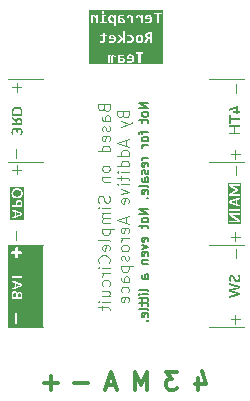
<source format=gbr>
%TF.GenerationSoftware,KiCad,Pcbnew,9.0.0*%
%TF.CreationDate,2025-05-09T11:35:13-04:00*%
%TF.ProjectId,Blue Raven Extension,426c7565-2052-4617-9665-6e2045787465,rev?*%
%TF.SameCoordinates,Original*%
%TF.FileFunction,Legend,Bot*%
%TF.FilePolarity,Positive*%
%FSLAX46Y46*%
G04 Gerber Fmt 4.6, Leading zero omitted, Abs format (unit mm)*
G04 Created by KiCad (PCBNEW 9.0.0) date 2025-05-09 11:35:13*
%MOMM*%
%LPD*%
G01*
G04 APERTURE LIST*
%ADD10C,0.100000*%
%ADD11C,0.300000*%
%ADD12C,0.130000*%
%ADD13C,0.200000*%
G04 APERTURE END LIST*
D10*
X209000000Y-105750000D02*
X206000000Y-105750000D01*
X209000000Y-98750000D02*
X206000000Y-98750000D01*
X192000000Y-112750000D02*
X189000000Y-112750000D01*
X192000000Y-105750000D02*
X189000000Y-105750000D01*
X209000000Y-112750000D02*
X206000000Y-112750000D01*
X192000000Y-91750000D02*
X189000000Y-91750000D01*
X209000000Y-91750000D02*
X206000000Y-91750000D01*
X192000000Y-98750000D02*
X189000000Y-98750000D01*
X189673533Y-105380951D02*
X189673533Y-104619047D01*
G36*
X190093862Y-103150583D02*
G01*
X189706249Y-103286321D01*
X189706249Y-103013502D01*
X190093862Y-103150583D01*
G37*
G36*
X190003109Y-102102671D02*
G01*
X190041005Y-102118249D01*
X190070415Y-102143203D01*
X190091339Y-102176281D01*
X190105030Y-102220433D01*
X190110104Y-102278941D01*
X190110104Y-102425853D01*
X189788314Y-102425853D01*
X189788314Y-102298542D01*
X189794062Y-102230490D01*
X189809381Y-102180487D01*
X189832454Y-102144244D01*
X189863076Y-102118780D01*
X189902683Y-102102824D01*
X189954094Y-102097041D01*
X190003109Y-102102671D01*
G37*
G36*
X189852971Y-101128121D02*
G01*
X189912971Y-101138139D01*
X189965268Y-101153959D01*
X190013934Y-101177548D01*
X190053570Y-101207344D01*
X190085375Y-101243535D01*
X190108633Y-101285549D01*
X190123126Y-101334866D01*
X190128239Y-101393195D01*
X190123208Y-101453494D01*
X190108946Y-101504697D01*
X190086107Y-101548472D01*
X190054645Y-101586574D01*
X190015881Y-101617699D01*
X189968810Y-101642200D01*
X189917803Y-101658806D01*
X189859428Y-101669287D01*
X189792527Y-101672975D01*
X189712443Y-101668085D01*
X189645127Y-101654396D01*
X189588567Y-101633003D01*
X189541079Y-101604465D01*
X189501024Y-101566759D01*
X189472454Y-101521719D01*
X189454684Y-101467875D01*
X189448389Y-101402964D01*
X189453394Y-101343614D01*
X189467632Y-101292846D01*
X189490521Y-101249091D01*
X189521983Y-101210990D01*
X189560747Y-101179865D01*
X189607819Y-101155363D01*
X189658826Y-101138758D01*
X189717200Y-101128277D01*
X189784101Y-101124589D01*
X189852971Y-101128121D01*
G37*
G36*
X190372279Y-103689791D02*
G01*
X189204349Y-103689791D01*
X189204349Y-102881977D01*
X189335000Y-102881977D01*
X189577533Y-102967340D01*
X189577533Y-103013502D01*
X189577533Y-103286321D01*
X189577533Y-103331078D01*
X189335000Y-103414976D01*
X189335000Y-103578680D01*
X189344769Y-103578680D01*
X190241629Y-103245716D01*
X190241629Y-103048489D01*
X189344769Y-102714121D01*
X189335000Y-102714121D01*
X189335000Y-102881977D01*
X189204349Y-102881977D01*
X189204349Y-102425853D01*
X189335000Y-102425853D01*
X189335000Y-102585344D01*
X190241629Y-102585344D01*
X190241629Y-102276133D01*
X190237254Y-102201182D01*
X190225039Y-102138418D01*
X190206031Y-102085928D01*
X190178432Y-102037789D01*
X190145475Y-101999740D01*
X190106929Y-101970463D01*
X190063151Y-101949389D01*
X190014416Y-101936465D01*
X189959651Y-101931994D01*
X189903028Y-101936507D01*
X189851707Y-101949642D01*
X189804740Y-101971195D01*
X189763006Y-102001191D01*
X189727039Y-102040383D01*
X189696540Y-102090081D01*
X189675187Y-102144644D01*
X189661614Y-102208867D01*
X189656789Y-102284559D01*
X189656789Y-102298542D01*
X189656789Y-102425853D01*
X189335000Y-102425853D01*
X189204349Y-102425853D01*
X189204349Y-101402964D01*
X189315460Y-101402964D01*
X189322571Y-101494605D01*
X189342765Y-101573125D01*
X189375055Y-101640796D01*
X189420025Y-101700622D01*
X189475286Y-101749581D01*
X189542056Y-101788441D01*
X189615189Y-101815388D01*
X189697686Y-101832208D01*
X189791123Y-101838083D01*
X189870326Y-101833914D01*
X189939745Y-101822050D01*
X190000657Y-101803243D01*
X190054173Y-101777938D01*
X190119577Y-101732537D01*
X190171233Y-101679131D01*
X190210610Y-101617043D01*
X190238417Y-101548292D01*
X190255365Y-101474040D01*
X190261168Y-101393195D01*
X190254050Y-101301558D01*
X190233836Y-101223038D01*
X190201512Y-101155363D01*
X190156553Y-101095593D01*
X190101316Y-101046888D01*
X190034572Y-101008451D01*
X189961475Y-100981879D01*
X189878975Y-100965280D01*
X189785505Y-100959480D01*
X189706305Y-100963649D01*
X189636874Y-100975511D01*
X189575941Y-100994319D01*
X189522395Y-101019625D01*
X189456975Y-101064985D01*
X189405324Y-101118178D01*
X189365957Y-101179848D01*
X189338206Y-101248126D01*
X189321268Y-101322123D01*
X189315460Y-101402964D01*
X189204349Y-101402964D01*
X189204349Y-100848369D01*
X190372279Y-100848369D01*
X190372279Y-103689791D01*
G37*
D11*
X200779000Y-118026328D02*
X200779000Y-116526328D01*
X200779000Y-116526328D02*
X200279000Y-117597757D01*
X200279000Y-117597757D02*
X199779000Y-116526328D01*
X199779000Y-116526328D02*
X199779000Y-118026328D01*
X205073285Y-117026328D02*
X205073285Y-118026328D01*
X205430427Y-116454900D02*
X205787570Y-117526328D01*
X205787570Y-117526328D02*
X204858999Y-117526328D01*
D10*
G36*
X189826172Y-96025654D02*
G01*
X189804455Y-95966969D01*
X189776155Y-95921858D01*
X189741542Y-95887901D01*
X189699839Y-95862997D01*
X189652067Y-95847731D01*
X189596706Y-95842410D01*
X189544556Y-95846658D01*
X189497033Y-95859056D01*
X189453274Y-95879474D01*
X189414606Y-95907931D01*
X189381093Y-95945688D01*
X189352524Y-95994207D01*
X189332725Y-96047229D01*
X189320013Y-96110683D01*
X189315460Y-96186549D01*
X189319568Y-96260865D01*
X189331580Y-96329980D01*
X189350422Y-96394411D01*
X189371453Y-96442576D01*
X189488934Y-96389392D01*
X189471731Y-96347085D01*
X189458159Y-96297801D01*
X189449808Y-96246147D01*
X189446985Y-96192166D01*
X189451715Y-96133475D01*
X189464517Y-96088560D01*
X189484049Y-96054413D01*
X189511881Y-96027855D01*
X189546387Y-96011794D01*
X189589684Y-96006114D01*
X189637388Y-96011156D01*
X189674314Y-96025043D01*
X189703745Y-96049860D01*
X189726826Y-96090805D01*
X189739833Y-96142499D01*
X189745022Y-96221536D01*
X189745022Y-96285894D01*
X189862564Y-96274720D01*
X189862564Y-96168352D01*
X189886464Y-96114726D01*
X189908054Y-96078837D01*
X189933135Y-96050523D01*
X189959162Y-96032676D01*
X189989021Y-96022389D01*
X190026329Y-96018693D01*
X190053219Y-96022697D01*
X190078169Y-96034813D01*
X190099230Y-96054165D01*
X190116638Y-96082379D01*
X190127399Y-96116084D01*
X190131353Y-96159987D01*
X190125899Y-96211418D01*
X190108944Y-96264951D01*
X190082992Y-96316596D01*
X190048799Y-96367044D01*
X190138375Y-96446789D01*
X190190339Y-96380427D01*
X190227158Y-96309708D01*
X190249680Y-96233727D01*
X190257260Y-96153026D01*
X190253678Y-96091025D01*
X190243608Y-96038326D01*
X190227829Y-95993536D01*
X190205058Y-95952197D01*
X190178263Y-95919739D01*
X190147351Y-95894923D01*
X190112085Y-95876735D01*
X190073874Y-95865760D01*
X190031946Y-95862011D01*
X189986813Y-95866916D01*
X189946339Y-95881286D01*
X189909398Y-95905364D01*
X189877767Y-95936885D01*
X189849997Y-95976546D01*
X189826172Y-96025654D01*
G37*
G36*
X189697639Y-95210310D02*
G01*
X189722883Y-95146721D01*
X189756658Y-95096362D01*
X189799000Y-95057109D01*
X189849234Y-95028194D01*
X189904931Y-95010684D01*
X189967527Y-95004657D01*
X190020471Y-95009115D01*
X190067666Y-95022021D01*
X190110165Y-95043126D01*
X190147499Y-95072256D01*
X190179598Y-95110058D01*
X190206641Y-95157859D01*
X190225328Y-95209870D01*
X190237332Y-95271978D01*
X190241629Y-95346048D01*
X190241629Y-95645429D01*
X189335000Y-95645429D01*
X189335000Y-95485938D01*
X189678039Y-95485938D01*
X189678039Y-95376822D01*
X189662384Y-95365648D01*
X189803946Y-95365648D01*
X189803946Y-95485938D01*
X190110104Y-95485938D01*
X190110104Y-95347452D01*
X190105285Y-95290715D01*
X190092265Y-95247678D01*
X190072369Y-95215256D01*
X190044282Y-95190578D01*
X190008286Y-95175274D01*
X189961910Y-95169766D01*
X189912131Y-95175852D01*
X189873655Y-95192768D01*
X189843757Y-95220141D01*
X189822799Y-95255912D01*
X189809041Y-95303309D01*
X189803946Y-95365648D01*
X189662384Y-95365648D01*
X189335000Y-95131969D01*
X189335000Y-94951474D01*
X189344830Y-94951474D01*
X189697639Y-95210310D01*
G37*
G36*
X189888076Y-94055072D02*
G01*
X189970005Y-94071911D01*
X190037080Y-94097926D01*
X190091786Y-94132271D01*
X190135994Y-94174903D01*
X190171875Y-94225876D01*
X190200876Y-94285781D01*
X190222712Y-94356016D01*
X190236668Y-94438273D01*
X190241629Y-94534490D01*
X190241629Y-94819888D01*
X189335000Y-94819888D01*
X189335000Y-94573691D01*
X189470676Y-94573691D01*
X189470676Y-94660397D01*
X190105952Y-94660397D01*
X190105952Y-94531681D01*
X190100399Y-94450985D01*
X190085187Y-94386784D01*
X190061870Y-94335948D01*
X190031092Y-94295987D01*
X189991719Y-94264931D01*
X189940237Y-94241169D01*
X189873679Y-94225497D01*
X189788314Y-94219722D01*
X189704911Y-94225084D01*
X189641199Y-94239477D01*
X189593103Y-94260999D01*
X189551526Y-94292550D01*
X189519853Y-94331378D01*
X189497238Y-94378541D01*
X189483289Y-94430057D01*
X189474053Y-94494308D01*
X189470676Y-94573691D01*
X189335000Y-94573691D01*
X189335000Y-94549877D01*
X189340741Y-94454802D01*
X189357292Y-94369434D01*
X189383970Y-94292445D01*
X189412042Y-94238298D01*
X189446282Y-94190921D01*
X189486893Y-94149653D01*
X189534363Y-94114087D01*
X189586008Y-94086584D01*
X189644758Y-94066261D01*
X189711749Y-94053482D01*
X189788314Y-94048996D01*
X189888076Y-94055072D01*
G37*
G36*
X208331669Y-94691172D02*
G01*
X208461789Y-94691172D01*
X208461789Y-94572226D01*
X208665000Y-94572226D01*
X208665000Y-94412735D01*
X208461789Y-94412735D01*
X208461789Y-94004239D01*
X208391753Y-94004239D01*
X207758370Y-94258862D01*
X207758370Y-94437953D01*
X208331669Y-94190291D01*
X208331669Y-94412735D01*
X208071001Y-94442105D01*
X208071001Y-94572226D01*
X208331669Y-94572226D01*
X208331669Y-94691172D01*
G37*
G36*
X207758370Y-95510729D02*
G01*
X207895451Y-95510729D01*
X207895451Y-95211287D01*
X208665000Y-95211287D01*
X208665000Y-95051796D01*
X207895451Y-95051796D01*
X207895451Y-94748264D01*
X207758370Y-94748264D01*
X207758370Y-95510729D01*
G37*
G36*
X207758370Y-96261714D02*
G01*
X207758370Y-96421205D01*
X208665000Y-96421205D01*
X208665000Y-96261714D01*
X208273112Y-96261714D01*
X208273112Y-95800034D01*
X208665000Y-95800034D01*
X208665000Y-95640544D01*
X207758370Y-95640544D01*
X207758370Y-95800034D01*
X208137435Y-95800034D01*
X208137435Y-96261714D01*
X207758370Y-96261714D01*
G37*
G36*
X198636280Y-90042379D02*
G01*
X198667340Y-90048244D01*
X198694806Y-90058220D01*
X198715150Y-90070471D01*
X198731335Y-90085939D01*
X198742139Y-90103077D01*
X198748536Y-90122063D01*
X198750688Y-90142400D01*
X198747417Y-90168861D01*
X198738274Y-90189570D01*
X198723394Y-90205903D01*
X198692523Y-90221868D01*
X198648899Y-90227763D01*
X198614548Y-90221951D01*
X198576481Y-90202911D01*
X198538968Y-90174310D01*
X198493805Y-90131592D01*
X198493805Y-90040184D01*
X198595593Y-90040184D01*
X198636280Y-90042379D01*
G37*
G36*
X199416283Y-89767468D02*
G01*
X199450198Y-89781085D01*
X199479264Y-89803635D01*
X199501674Y-89833214D01*
X199517800Y-89871007D01*
X199527075Y-89919040D01*
X199238746Y-89919040D01*
X199241133Y-89880649D01*
X199249004Y-89849553D01*
X199262197Y-89822037D01*
X199278741Y-89800643D01*
X199299069Y-89783835D01*
X199322460Y-89772067D01*
X199348072Y-89765103D01*
X199376071Y-89762725D01*
X199416283Y-89767468D01*
G37*
G36*
X197878531Y-88087468D02*
G01*
X197912446Y-88101085D01*
X197941512Y-88123635D01*
X197963921Y-88153214D01*
X197980048Y-88191007D01*
X197989322Y-88239040D01*
X197700993Y-88239040D01*
X197703381Y-88200649D01*
X197711252Y-88169553D01*
X197724445Y-88142037D01*
X197740988Y-88120643D01*
X197761317Y-88103835D01*
X197784708Y-88092067D01*
X197810320Y-88085103D01*
X197838319Y-88082725D01*
X197878531Y-88087468D01*
G37*
G36*
X200193298Y-88106746D02*
G01*
X200226281Y-88119239D01*
X200254233Y-88139318D01*
X200276840Y-88165767D01*
X200293748Y-88197179D01*
X200305843Y-88234644D01*
X200312700Y-88274845D01*
X200315064Y-88318785D01*
X200309389Y-88389654D01*
X200294212Y-88442471D01*
X200271344Y-88481390D01*
X200238865Y-88511593D01*
X200199719Y-88529700D01*
X200151787Y-88536039D01*
X200112078Y-88531702D01*
X200079430Y-88519431D01*
X200051584Y-88499567D01*
X200029544Y-88473269D01*
X200013063Y-88441767D01*
X200000845Y-88403660D01*
X199993724Y-88362689D01*
X199991259Y-88317442D01*
X199996584Y-88246814D01*
X200010757Y-88194483D01*
X200031925Y-88156242D01*
X200062572Y-88126741D01*
X200101629Y-88108709D01*
X200151787Y-88102264D01*
X200193298Y-88106746D01*
G37*
G36*
X201050479Y-88164790D02*
G01*
X200982152Y-88164790D01*
X200944271Y-88162670D01*
X200911505Y-88156669D01*
X200881445Y-88146262D01*
X200857161Y-88132306D01*
X200837131Y-88113992D01*
X200822356Y-88091945D01*
X200813216Y-88066593D01*
X200810022Y-88036685D01*
X200815180Y-87995434D01*
X200829243Y-87965192D01*
X200851726Y-87943140D01*
X200880998Y-87928433D01*
X200921543Y-87918459D01*
X200976717Y-87914685D01*
X201050479Y-87914685D01*
X201050479Y-88164790D01*
G37*
G36*
X197833965Y-86425803D02*
G01*
X197860699Y-86436686D01*
X197887839Y-86455969D01*
X197925692Y-86493680D01*
X197969477Y-86547683D01*
X197969477Y-86847002D01*
X197920689Y-86859153D01*
X197861583Y-86863855D01*
X197823359Y-86859720D01*
X197789531Y-86847674D01*
X197759564Y-86828207D01*
X197734210Y-86801817D01*
X197714349Y-86769641D01*
X197699039Y-86729338D01*
X197689930Y-86685012D01*
X197686705Y-86633290D01*
X197688935Y-86578736D01*
X197694887Y-86536875D01*
X197705344Y-86499350D01*
X197718456Y-86471479D01*
X197735963Y-86448893D01*
X197756070Y-86434049D01*
X197779446Y-86425309D01*
X197806933Y-86422264D01*
X197833965Y-86425803D01*
G37*
G36*
X198636280Y-86682379D02*
G01*
X198667340Y-86688244D01*
X198694806Y-86698220D01*
X198715150Y-86710471D01*
X198731335Y-86725939D01*
X198742139Y-86743077D01*
X198748536Y-86762063D01*
X198750688Y-86782400D01*
X198747417Y-86808861D01*
X198738274Y-86829570D01*
X198723394Y-86845903D01*
X198692523Y-86861868D01*
X198648899Y-86867763D01*
X198614548Y-86861951D01*
X198576481Y-86842911D01*
X198538968Y-86814310D01*
X198493805Y-86771592D01*
X198493805Y-86680184D01*
X198595593Y-86680184D01*
X198636280Y-86682379D01*
G37*
G36*
X200954036Y-86407468D02*
G01*
X200987951Y-86421085D01*
X201017017Y-86443635D01*
X201039427Y-86473214D01*
X201055553Y-86511007D01*
X201064828Y-86559040D01*
X200776499Y-86559040D01*
X200778886Y-86520649D01*
X200786757Y-86489553D01*
X200799950Y-86462037D01*
X200816494Y-86440643D01*
X200836822Y-86423835D01*
X200860213Y-86412067D01*
X200885825Y-86405103D01*
X200913824Y-86402725D01*
X200954036Y-86407468D01*
G37*
G36*
X202132638Y-90471742D02*
G01*
X195906682Y-90471742D01*
X195906682Y-89847294D01*
X197502240Y-89847294D01*
X197502240Y-90345000D01*
X197646344Y-90345000D01*
X197646344Y-89873977D01*
X197647748Y-89828731D01*
X197653182Y-89796430D01*
X197665150Y-89777013D01*
X197674016Y-89772287D01*
X197686644Y-89770540D01*
X197706208Y-89776722D01*
X197728348Y-89799117D01*
X197748060Y-89833269D01*
X197774815Y-89896448D01*
X197774815Y-90345000D01*
X197917575Y-90345000D01*
X197917575Y-89873977D01*
X197918980Y-89828731D01*
X197924414Y-89796430D01*
X197936687Y-89777013D01*
X197945862Y-89772274D01*
X197958547Y-89770540D01*
X197975417Y-89776360D01*
X197998175Y-89799117D01*
X198019006Y-89833346D01*
X198046658Y-89896448D01*
X198046658Y-90345000D01*
X198190822Y-90345000D01*
X198190822Y-89872084D01*
X198327109Y-89872084D01*
X198327109Y-90040184D01*
X198327109Y-90131592D01*
X198327109Y-90345000D01*
X198469930Y-90345000D01*
X198474022Y-90254691D01*
X198519817Y-90297128D01*
X198572390Y-90330772D01*
X198602063Y-90343288D01*
X198634917Y-90352815D01*
X198669614Y-90358601D01*
X198709044Y-90360631D01*
X198760291Y-90356529D01*
X198802589Y-90345061D01*
X198840079Y-90326163D01*
X198870245Y-90301707D01*
X198894053Y-90271335D01*
X198911583Y-90234663D01*
X198921958Y-90193997D01*
X198925566Y-90147896D01*
X198920293Y-90100680D01*
X198904744Y-90057770D01*
X198878918Y-90019835D01*
X198841241Y-89986634D01*
X198794837Y-89960773D01*
X198749264Y-89944991D01*
X199069364Y-89944991D01*
X199070402Y-89989199D01*
X199073455Y-90040184D01*
X199529761Y-90040184D01*
X199526089Y-90084317D01*
X199515778Y-90120968D01*
X199498660Y-90153349D01*
X199476150Y-90179525D01*
X199448273Y-90200099D01*
X199414662Y-90215429D01*
X199377556Y-90224569D01*
X199335100Y-90227763D01*
X199283762Y-90225778D01*
X199226839Y-90219520D01*
X199168791Y-90208849D01*
X199106916Y-90192592D01*
X199106916Y-90325460D01*
X199164985Y-90339565D01*
X199229220Y-90350739D01*
X199295471Y-90358128D01*
X199360379Y-90360631D01*
X199437063Y-90354768D01*
X199502467Y-90338161D01*
X199561006Y-90309983D01*
X199609018Y-90271727D01*
X199647195Y-90223266D01*
X199676002Y-90163039D01*
X199693083Y-90095243D01*
X199699205Y-90013135D01*
X199693188Y-89931061D01*
X199676002Y-89859506D01*
X199647509Y-89794430D01*
X199610422Y-89740926D01*
X199563632Y-89697223D01*
X199507596Y-89664600D01*
X199444620Y-89644602D01*
X199372652Y-89637672D01*
X199301617Y-89643640D01*
X199242226Y-89660448D01*
X199189606Y-89688076D01*
X199147277Y-89724012D01*
X199113857Y-89768323D01*
X199089208Y-89821282D01*
X199074470Y-89879521D01*
X199071388Y-89919040D01*
X199069364Y-89944991D01*
X198749264Y-89944991D01*
X198734629Y-89939923D01*
X198667801Y-89927492D01*
X198584664Y-89922948D01*
X198493805Y-89922948D01*
X198493805Y-89880633D01*
X198495757Y-89854400D01*
X198501316Y-89831723D01*
X198511164Y-89811477D01*
X198525557Y-89794659D01*
X198544201Y-89781449D01*
X198568971Y-89771090D01*
X198597239Y-89765004D01*
X198634550Y-89762725D01*
X198695611Y-89766327D01*
X198755817Y-89777135D01*
X198814622Y-89794375D01*
X198871588Y-89817435D01*
X198871588Y-89684567D01*
X198819474Y-89666505D01*
X198756488Y-89650983D01*
X198690394Y-89641044D01*
X198620873Y-89637672D01*
X198546548Y-89641631D01*
X198488371Y-89652327D01*
X198436648Y-89671240D01*
X198397146Y-89696290D01*
X198366015Y-89729186D01*
X198344206Y-89769563D01*
X198331625Y-89815722D01*
X198327109Y-89872084D01*
X198190822Y-89872084D01*
X198190822Y-89649396D01*
X198067174Y-89649396D01*
X198064426Y-89750696D01*
X198034384Y-89698916D01*
X198002267Y-89663562D01*
X197984417Y-89651608D01*
X197965752Y-89643717D01*
X197921666Y-89637672D01*
X197884096Y-89641413D01*
X197855275Y-89651644D01*
X197833189Y-89667653D01*
X197816325Y-89689344D01*
X197804716Y-89716560D01*
X197798690Y-89750696D01*
X197766267Y-89698916D01*
X197732806Y-89663562D01*
X197714542Y-89651633D01*
X197695192Y-89643717D01*
X197650496Y-89637672D01*
X197602711Y-89644024D01*
X197566303Y-89661697D01*
X197538449Y-89690612D01*
X197519673Y-89727762D01*
X197507010Y-89778654D01*
X197502240Y-89847294D01*
X195906682Y-89847294D01*
X195906682Y-89594685D01*
X199822547Y-89594685D01*
X200067096Y-89594685D01*
X200067096Y-90345000D01*
X200239226Y-90345000D01*
X200239226Y-89594685D01*
X200483774Y-89594685D01*
X200483774Y-89454002D01*
X199822547Y-89454002D01*
X199822547Y-89594685D01*
X195906682Y-89594685D01*
X195906682Y-87969396D01*
X196794853Y-87969396D01*
X196794853Y-88098356D01*
X197064680Y-88098356D01*
X197064680Y-88426802D01*
X197061199Y-88465776D01*
X197051798Y-88495162D01*
X197037386Y-88517172D01*
X197016966Y-88533152D01*
X196987509Y-88543745D01*
X196945795Y-88547763D01*
X196865927Y-88540680D01*
X196794853Y-88524316D01*
X196794853Y-88657184D01*
X196885711Y-88674220D01*
X196972478Y-88680631D01*
X197038273Y-88676757D01*
X197090325Y-88666221D01*
X197136412Y-88647595D01*
X197172330Y-88622318D01*
X197200216Y-88589231D01*
X197220140Y-88547213D01*
X197231360Y-88499143D01*
X197235467Y-88438525D01*
X197235467Y-88264991D01*
X197531611Y-88264991D01*
X197532649Y-88309199D01*
X197535702Y-88360184D01*
X197992009Y-88360184D01*
X197988336Y-88404317D01*
X197978026Y-88440968D01*
X197960908Y-88473349D01*
X197938398Y-88499525D01*
X197910521Y-88520099D01*
X197876909Y-88535429D01*
X197839803Y-88544569D01*
X197797347Y-88547763D01*
X197746010Y-88545778D01*
X197689087Y-88539520D01*
X197631038Y-88528849D01*
X197569163Y-88512592D01*
X197569163Y-88645460D01*
X197627232Y-88659565D01*
X197691468Y-88670739D01*
X197757719Y-88678128D01*
X197822626Y-88680631D01*
X197899311Y-88674768D01*
X197937781Y-88665000D01*
X198257440Y-88665000D01*
X198475365Y-88665000D01*
X198731515Y-88317991D01*
X198731515Y-88665000D01*
X198898211Y-88665000D01*
X198898211Y-88489145D01*
X199112412Y-88489145D01*
X199112412Y-88637644D01*
X199162382Y-88654955D01*
X199214200Y-88667137D01*
X199267498Y-88674284D01*
X199324170Y-88676723D01*
X199404216Y-88670853D01*
X199472426Y-88654253D01*
X199533637Y-88625986D01*
X199583801Y-88587513D01*
X199623768Y-88538578D01*
X199653776Y-88477848D01*
X199671634Y-88409339D01*
X199678017Y-88326662D01*
X199676894Y-88313351D01*
X199817724Y-88313351D01*
X199818033Y-88317442D01*
X199823731Y-88392844D01*
X199840988Y-88462950D01*
X199869705Y-88526554D01*
X199907911Y-88579148D01*
X199956230Y-88621806D01*
X200015194Y-88654070D01*
X200081639Y-88673712D01*
X200159969Y-88680631D01*
X200234568Y-88674765D01*
X200271854Y-88665000D01*
X200570908Y-88665000D01*
X200768317Y-88665000D01*
X200894041Y-88379785D01*
X200915803Y-88343452D01*
X200943562Y-88318358D01*
X200977542Y-88302999D01*
X201018361Y-88297658D01*
X201050479Y-88297658D01*
X201050479Y-88665000D01*
X201218518Y-88665000D01*
X201218518Y-87774002D01*
X200958216Y-87774002D01*
X200886281Y-87777314D01*
X200824371Y-87786641D01*
X200767552Y-87803930D01*
X200721911Y-87828651D01*
X200684473Y-87862338D01*
X200656637Y-87905099D01*
X200639860Y-87955517D01*
X200633739Y-88020443D01*
X200635026Y-88036685D01*
X200637497Y-88067884D01*
X200648089Y-88107821D01*
X200665533Y-88143695D01*
X200688450Y-88173705D01*
X200716697Y-88198551D01*
X200750243Y-88218401D01*
X200787346Y-88232774D01*
X200828462Y-88242276D01*
X200797829Y-88254644D01*
X200768378Y-88279890D01*
X200742586Y-88314654D01*
X200713668Y-88367573D01*
X200570908Y-88665000D01*
X200271854Y-88665000D01*
X200297967Y-88658161D01*
X200354456Y-88629904D01*
X200401098Y-88591055D01*
X200437948Y-88541770D01*
X200466006Y-88479314D01*
X200482564Y-88408942D01*
X200488537Y-88322876D01*
X200482432Y-88242863D01*
X200464968Y-88173033D01*
X200435884Y-88109827D01*
X200397373Y-88057873D01*
X200348797Y-88015762D01*
X200289784Y-87983928D01*
X200223469Y-87964484D01*
X200146292Y-87957672D01*
X200071121Y-87963644D01*
X200007623Y-87980509D01*
X199951114Y-88009096D01*
X199904491Y-88048347D01*
X199867670Y-88097798D01*
X199839950Y-88159722D01*
X199823597Y-88229196D01*
X199817724Y-88313351D01*
X199676894Y-88313351D01*
X199671226Y-88246189D01*
X199651761Y-88176147D01*
X199619751Y-88113141D01*
X199577633Y-88061048D01*
X199525372Y-88019097D01*
X199462534Y-87987470D01*
X199392669Y-87968274D01*
X199312569Y-87961580D01*
X199247579Y-87963710D01*
X199198813Y-87969335D01*
X199115831Y-87988935D01*
X199115831Y-88149159D01*
X199159570Y-88131109D01*
X199207728Y-88117407D01*
X199256762Y-88108886D01*
X199301639Y-88106172D01*
X199346478Y-88110225D01*
X199384987Y-88121803D01*
X199419204Y-88140608D01*
X199447147Y-88165218D01*
X199469176Y-88195528D01*
X199485737Y-88232690D01*
X199495617Y-88273644D01*
X199499048Y-88319823D01*
X199495309Y-88367737D01*
X199484699Y-88408728D01*
X199467132Y-88445485D01*
X199444094Y-88475528D01*
X199415300Y-88499629D01*
X199380896Y-88517538D01*
X199342562Y-88528368D01*
X199298891Y-88532131D01*
X199252790Y-88528956D01*
X199204308Y-88519797D01*
X199156498Y-88506058D01*
X199112412Y-88489145D01*
X198898211Y-88489145D01*
X198898211Y-87699752D01*
X198731515Y-87699752D01*
X198731515Y-88264685D01*
X198489043Y-87969396D01*
X198280704Y-87969396D01*
X198562133Y-88286362D01*
X198257440Y-88665000D01*
X197937781Y-88665000D01*
X197964715Y-88658161D01*
X198023254Y-88629983D01*
X198071266Y-88591727D01*
X198109443Y-88543266D01*
X198138249Y-88483039D01*
X198155330Y-88415243D01*
X198161452Y-88333135D01*
X198155436Y-88251061D01*
X198138249Y-88179506D01*
X198109756Y-88114430D01*
X198072670Y-88060926D01*
X198025880Y-88017223D01*
X197969844Y-87984600D01*
X197906867Y-87964602D01*
X197834900Y-87957672D01*
X197763864Y-87963640D01*
X197704474Y-87980448D01*
X197651854Y-88008076D01*
X197609525Y-88044012D01*
X197576104Y-88088323D01*
X197551456Y-88141282D01*
X197536717Y-88199521D01*
X197533635Y-88239040D01*
X197531611Y-88264991D01*
X197235467Y-88264991D01*
X197235467Y-88098356D01*
X197421946Y-88098356D01*
X197421946Y-87969396D01*
X197235467Y-87969396D01*
X197235467Y-87791221D01*
X197064680Y-87746646D01*
X197064680Y-87969396D01*
X196794853Y-87969396D01*
X195906682Y-87969396D01*
X195906682Y-86520266D01*
X196017793Y-86520266D01*
X196017793Y-86985000D01*
X196184428Y-86985000D01*
X196184428Y-86535654D01*
X196188760Y-86490164D01*
X196199996Y-86459267D01*
X196216659Y-86438905D01*
X196239041Y-86426663D01*
X196269119Y-86422264D01*
X196296177Y-86425827D01*
X196322929Y-86436785D01*
X196350086Y-86456214D01*
X196387934Y-86494180D01*
X196431724Y-86548538D01*
X196431724Y-86985000D01*
X196598420Y-86985000D01*
X196598420Y-86856039D01*
X196772321Y-86856039D01*
X196772321Y-86985000D01*
X197363205Y-86985000D01*
X197363205Y-86856039D01*
X197143203Y-86856039D01*
X197143203Y-86626329D01*
X197511827Y-86626329D01*
X197512187Y-86633290D01*
X197515092Y-86689506D01*
X197524315Y-86744050D01*
X197538816Y-86791132D01*
X197571622Y-86855492D01*
X197613981Y-86906536D01*
X197666186Y-86946350D01*
X197727677Y-86974619D01*
X197795199Y-86991048D01*
X197870436Y-86996723D01*
X197922338Y-86993304D01*
X197969477Y-86984450D01*
X197969477Y-87254644D01*
X198136173Y-87254644D01*
X198136173Y-86512084D01*
X198327110Y-86512084D01*
X198327110Y-86680184D01*
X198327110Y-86771592D01*
X198327110Y-86985000D01*
X198469931Y-86985000D01*
X198474022Y-86894691D01*
X198519817Y-86937128D01*
X198572390Y-86970772D01*
X198602063Y-86983288D01*
X198634917Y-86992815D01*
X198669614Y-86998601D01*
X198709044Y-87000631D01*
X198760291Y-86996529D01*
X198802589Y-86985061D01*
X198840079Y-86966163D01*
X198870245Y-86941707D01*
X198894053Y-86911335D01*
X198911583Y-86874663D01*
X198921958Y-86833997D01*
X198925566Y-86787896D01*
X198920293Y-86740680D01*
X198904744Y-86697770D01*
X198878918Y-86659835D01*
X198841241Y-86626634D01*
X198794837Y-86600773D01*
X198734629Y-86579923D01*
X198667801Y-86567492D01*
X198584664Y-86562948D01*
X198493805Y-86562948D01*
X198493805Y-86559040D01*
X199059777Y-86559040D01*
X199227144Y-86559040D01*
X199227507Y-86522760D01*
X199230930Y-86494987D01*
X199237842Y-86470111D01*
X199247294Y-86451390D01*
X199260078Y-86436352D01*
X199275016Y-86426294D01*
X199292222Y-86420415D01*
X199312507Y-86418356D01*
X199348592Y-86425310D01*
X199388711Y-86448398D01*
X199426963Y-86484773D01*
X199475112Y-86547316D01*
X199475112Y-86985000D01*
X199645899Y-86985000D01*
X199645899Y-86559040D01*
X199828653Y-86559040D01*
X199996021Y-86559040D01*
X199996384Y-86522760D01*
X199999807Y-86494987D01*
X200006719Y-86470111D01*
X200016171Y-86451390D01*
X200028955Y-86436352D01*
X200043892Y-86426294D01*
X200061098Y-86420415D01*
X200081384Y-86418356D01*
X200117468Y-86425310D01*
X200157588Y-86448398D01*
X200195840Y-86484773D01*
X200243988Y-86547316D01*
X200243988Y-86985000D01*
X200414775Y-86985000D01*
X200414775Y-86584991D01*
X200607117Y-86584991D01*
X200608155Y-86629199D01*
X200611208Y-86680184D01*
X201067514Y-86680184D01*
X201063842Y-86724317D01*
X201053531Y-86760968D01*
X201036413Y-86793349D01*
X201013903Y-86819525D01*
X200986026Y-86840099D01*
X200952415Y-86855429D01*
X200915309Y-86864569D01*
X200872853Y-86867763D01*
X200821515Y-86865778D01*
X200764592Y-86859520D01*
X200706544Y-86848849D01*
X200644669Y-86832592D01*
X200644669Y-86965460D01*
X200702738Y-86979565D01*
X200766973Y-86990739D01*
X200833224Y-86998128D01*
X200898132Y-87000631D01*
X200974816Y-86994768D01*
X201040220Y-86978161D01*
X201098759Y-86949983D01*
X201146771Y-86911727D01*
X201184948Y-86863266D01*
X201213755Y-86803039D01*
X201230836Y-86735243D01*
X201236958Y-86653135D01*
X201230941Y-86571061D01*
X201213755Y-86499506D01*
X201185262Y-86434430D01*
X201148175Y-86380926D01*
X201101385Y-86337223D01*
X201045349Y-86304600D01*
X200982373Y-86284602D01*
X200910405Y-86277672D01*
X200839370Y-86283640D01*
X200779979Y-86300448D01*
X200727359Y-86328076D01*
X200685030Y-86364012D01*
X200651610Y-86408323D01*
X200626961Y-86461282D01*
X200612223Y-86519521D01*
X200609141Y-86559040D01*
X200607117Y-86584991D01*
X200414775Y-86584991D01*
X200414775Y-86289396D01*
X200263833Y-86289396D01*
X200257666Y-86394909D01*
X200219076Y-86346671D01*
X200171265Y-86309729D01*
X200143790Y-86296155D01*
X200112830Y-86285976D01*
X200079812Y-86279823D01*
X200042488Y-86277672D01*
X199991867Y-86282338D01*
X199949248Y-86295563D01*
X199911859Y-86317739D01*
X199880921Y-86348564D01*
X199857373Y-86386981D01*
X199839950Y-86436613D01*
X199830652Y-86491767D01*
X199828653Y-86559040D01*
X199645899Y-86559040D01*
X199645899Y-86289396D01*
X199494957Y-86289396D01*
X199488790Y-86394909D01*
X199450199Y-86346671D01*
X199402389Y-86309729D01*
X199374913Y-86296155D01*
X199343954Y-86285976D01*
X199310935Y-86279823D01*
X199273612Y-86277672D01*
X199222990Y-86282338D01*
X199180372Y-86295563D01*
X199142982Y-86317739D01*
X199112045Y-86348564D01*
X199088496Y-86386981D01*
X199071073Y-86436613D01*
X199061775Y-86491767D01*
X199059777Y-86559040D01*
X198493805Y-86559040D01*
X198493805Y-86520633D01*
X198495757Y-86494400D01*
X198501316Y-86471723D01*
X198511164Y-86451477D01*
X198525557Y-86434659D01*
X198544201Y-86421449D01*
X198568971Y-86411090D01*
X198597239Y-86405004D01*
X198634550Y-86402725D01*
X198695611Y-86406327D01*
X198755817Y-86417135D01*
X198814622Y-86434375D01*
X198871588Y-86457435D01*
X198871588Y-86324567D01*
X198819474Y-86306505D01*
X198756488Y-86290983D01*
X198690394Y-86281044D01*
X198620873Y-86277672D01*
X198546548Y-86281631D01*
X198488371Y-86292327D01*
X198436648Y-86311240D01*
X198397146Y-86336290D01*
X198366015Y-86369186D01*
X198344207Y-86409563D01*
X198331625Y-86455722D01*
X198327110Y-86512084D01*
X198136173Y-86512084D01*
X198136173Y-86289396D01*
X197992008Y-86289396D01*
X197987917Y-86392100D01*
X197943892Y-86344900D01*
X197894372Y-86308630D01*
X197866803Y-86295429D01*
X197836975Y-86285671D01*
X197805152Y-86279767D01*
X197767977Y-86277672D01*
X197708995Y-86284016D01*
X197658678Y-86302219D01*
X197614894Y-86331753D01*
X197578444Y-86372011D01*
X197550379Y-86420809D01*
X197528924Y-86481615D01*
X197516310Y-86548231D01*
X197511827Y-86626329D01*
X197143203Y-86626329D01*
X197143203Y-86418356D01*
X197339269Y-86418356D01*
X197339269Y-86289396D01*
X196972478Y-86289396D01*
X196972478Y-86856039D01*
X196772321Y-86856039D01*
X196598420Y-86856039D01*
X196598420Y-86289396D01*
X196454255Y-86289396D01*
X196450164Y-86392100D01*
X196406140Y-86344900D01*
X196356619Y-86308630D01*
X196329050Y-86295429D01*
X196299222Y-86285671D01*
X196267399Y-86279767D01*
X196230224Y-86277672D01*
X196179123Y-86282257D01*
X196137350Y-86295075D01*
X196100795Y-86316135D01*
X196071099Y-86344106D01*
X196048048Y-86378482D01*
X196031105Y-86420432D01*
X196021266Y-86466638D01*
X196017793Y-86520266D01*
X195906682Y-86520266D01*
X195906682Y-86234685D01*
X201360300Y-86234685D01*
X201604849Y-86234685D01*
X201604849Y-86985000D01*
X201776979Y-86985000D01*
X201776979Y-86234685D01*
X202021527Y-86234685D01*
X202021527Y-86094002D01*
X201360300Y-86094002D01*
X201360300Y-86234685D01*
X195906682Y-86234685D01*
X195906682Y-86098276D01*
X196958800Y-86098276D01*
X196960885Y-86120319D01*
X196967043Y-86140774D01*
X196976903Y-86159464D01*
X196989941Y-86175457D01*
X197005808Y-86188588D01*
X197024440Y-86198782D01*
X197044885Y-86205154D01*
X197067427Y-86207330D01*
X197090021Y-86205163D01*
X197110780Y-86198782D01*
X197129681Y-86188573D01*
X197145646Y-86175457D01*
X197158649Y-86159470D01*
X197168544Y-86140774D01*
X197174656Y-86120322D01*
X197176726Y-86098276D01*
X197174655Y-86076177D01*
X197168544Y-86055717D01*
X197158664Y-86036965D01*
X197145646Y-86020729D01*
X197129652Y-86007335D01*
X197110780Y-85997098D01*
X197090018Y-85990671D01*
X197067427Y-85988489D01*
X197044888Y-85990679D01*
X197024440Y-85997098D01*
X197005836Y-86007319D01*
X196989941Y-86020729D01*
X196976888Y-86036972D01*
X196967043Y-86055717D01*
X196960886Y-86076180D01*
X196958800Y-86098276D01*
X195906682Y-86098276D01*
X195906682Y-85877378D01*
X202132638Y-85877378D01*
X202132638Y-90471742D01*
G37*
X208326466Y-106119048D02*
X208326466Y-106880953D01*
X207869048Y-98073533D02*
X208630953Y-98073533D01*
X208250000Y-97692580D02*
X208250000Y-98454485D01*
D11*
X203318999Y-116526328D02*
X202390427Y-116526328D01*
X202390427Y-116526328D02*
X202890427Y-117097757D01*
X202890427Y-117097757D02*
X202676142Y-117097757D01*
X202676142Y-117097757D02*
X202533285Y-117169185D01*
X202533285Y-117169185D02*
X202461856Y-117240614D01*
X202461856Y-117240614D02*
X202390427Y-117383471D01*
X202390427Y-117383471D02*
X202390427Y-117740614D01*
X202390427Y-117740614D02*
X202461856Y-117883471D01*
X202461856Y-117883471D02*
X202533285Y-117954900D01*
X202533285Y-117954900D02*
X202676142Y-118026328D01*
X202676142Y-118026328D02*
X203104713Y-118026328D01*
X203104713Y-118026328D02*
X203247570Y-117954900D01*
X203247570Y-117954900D02*
X203318999Y-117883471D01*
X198096142Y-117597757D02*
X197381857Y-117597757D01*
X198238999Y-118026328D02*
X197738999Y-116526328D01*
X197738999Y-116526328D02*
X197238999Y-118026328D01*
D10*
X189673533Y-98380951D02*
X189673533Y-97619047D01*
G36*
X189640403Y-109838377D02*
G01*
X189673353Y-109852814D01*
X189700753Y-109876726D01*
X189720328Y-109907835D01*
X189733242Y-109950058D01*
X189738061Y-110006785D01*
X189738061Y-110040369D01*
X189738061Y-110184472D01*
X189465120Y-110184472D01*
X189465120Y-110009594D01*
X189470199Y-109948058D01*
X189483484Y-109904606D01*
X189503100Y-109874589D01*
X189530687Y-109851706D01*
X189562593Y-109838041D01*
X189600186Y-109833312D01*
X189640403Y-109838377D01*
G37*
G36*
X190027503Y-109870134D02*
G01*
X190055995Y-109883527D01*
X190080184Y-109906096D01*
X190097527Y-109934905D01*
X190108781Y-109972331D01*
X190112913Y-110020768D01*
X190112913Y-110184472D01*
X189862564Y-110184472D01*
X189862564Y-110040369D01*
X189866366Y-109988876D01*
X189876867Y-109947308D01*
X189893155Y-109913790D01*
X189917135Y-109887511D01*
X189949556Y-109871355D01*
X189993295Y-109865491D01*
X190027503Y-109870134D01*
G37*
G36*
X190093862Y-109180939D02*
G01*
X189706249Y-109316677D01*
X189706249Y-109043858D01*
X190093862Y-109180939D01*
G37*
G36*
X190352740Y-110455073D02*
G01*
X189223889Y-110455073D01*
X189223889Y-110003976D01*
X189335000Y-110003976D01*
X189335000Y-110009594D01*
X189335000Y-110184472D01*
X189335000Y-110343962D01*
X190241629Y-110343962D01*
X190241629Y-110020768D01*
X190237978Y-109954039D01*
X190227716Y-109897158D01*
X190211648Y-109848699D01*
X190188268Y-109803604D01*
X190160618Y-109767899D01*
X190128667Y-109740255D01*
X190091869Y-109719817D01*
X190051305Y-109707443D01*
X190005996Y-109703191D01*
X189964420Y-109707296D01*
X189926354Y-109719374D01*
X189890957Y-109739583D01*
X189860857Y-109766931D01*
X189835027Y-109803609D01*
X189813593Y-109851508D01*
X189792822Y-109792746D01*
X189763768Y-109747277D01*
X189726502Y-109711142D01*
X189685854Y-109687132D01*
X189641349Y-109672944D01*
X189594630Y-109668204D01*
X189543405Y-109672676D01*
X189498167Y-109685586D01*
X189457793Y-109706672D01*
X189422645Y-109735623D01*
X189392495Y-109773177D01*
X189367240Y-109820733D01*
X189349979Y-109872087D01*
X189338935Y-109932639D01*
X189335000Y-110003976D01*
X189223889Y-110003976D01*
X189223889Y-108912333D01*
X189335000Y-108912333D01*
X189577533Y-108997696D01*
X189577533Y-109043858D01*
X189577533Y-109316677D01*
X189577533Y-109361434D01*
X189335000Y-109445332D01*
X189335000Y-109609036D01*
X189344769Y-109609036D01*
X190241629Y-109276072D01*
X190241629Y-109078846D01*
X189344769Y-108744477D01*
X189335000Y-108744477D01*
X189335000Y-108912333D01*
X189223889Y-108912333D01*
X189223889Y-108369870D01*
X189335000Y-108369870D01*
X189335000Y-108529360D01*
X190104548Y-108529360D01*
X190104548Y-108832893D01*
X190241629Y-108832893D01*
X190241629Y-108070428D01*
X190104548Y-108070428D01*
X190104548Y-108369870D01*
X189335000Y-108369870D01*
X189223889Y-108369870D01*
X189223889Y-107959317D01*
X190352740Y-107959317D01*
X190352740Y-110455073D01*
G37*
X208326466Y-92119048D02*
X208326466Y-92880953D01*
X190130951Y-92426466D02*
X189369047Y-92426466D01*
X189749999Y-92807419D02*
X189749999Y-92045514D01*
X207869048Y-105073533D02*
X208630953Y-105073533D01*
X208250000Y-104692580D02*
X208250000Y-105454485D01*
D12*
X200895335Y-93764097D02*
X200095335Y-93764097D01*
X200095335Y-93764097D02*
X200895335Y-94192668D01*
X200895335Y-94192668D02*
X200095335Y-94192668D01*
X200895335Y-94656954D02*
X200857240Y-94585525D01*
X200857240Y-94585525D02*
X200819144Y-94549811D01*
X200819144Y-94549811D02*
X200742954Y-94514097D01*
X200742954Y-94514097D02*
X200514382Y-94514097D01*
X200514382Y-94514097D02*
X200438192Y-94549811D01*
X200438192Y-94549811D02*
X200400097Y-94585525D01*
X200400097Y-94585525D02*
X200362001Y-94656954D01*
X200362001Y-94656954D02*
X200362001Y-94764097D01*
X200362001Y-94764097D02*
X200400097Y-94835525D01*
X200400097Y-94835525D02*
X200438192Y-94871240D01*
X200438192Y-94871240D02*
X200514382Y-94906954D01*
X200514382Y-94906954D02*
X200742954Y-94906954D01*
X200742954Y-94906954D02*
X200819144Y-94871240D01*
X200819144Y-94871240D02*
X200857240Y-94835525D01*
X200857240Y-94835525D02*
X200895335Y-94764097D01*
X200895335Y-94764097D02*
X200895335Y-94656954D01*
X200362001Y-95121239D02*
X200362001Y-95406953D01*
X200095335Y-95228382D02*
X200781049Y-95228382D01*
X200781049Y-95228382D02*
X200857240Y-95264096D01*
X200857240Y-95264096D02*
X200895335Y-95335525D01*
X200895335Y-95335525D02*
X200895335Y-95406953D01*
X200362001Y-96121239D02*
X200362001Y-96406953D01*
X200895335Y-96228382D02*
X200209620Y-96228382D01*
X200209620Y-96228382D02*
X200133430Y-96264096D01*
X200133430Y-96264096D02*
X200095335Y-96335525D01*
X200095335Y-96335525D02*
X200095335Y-96406953D01*
X200895335Y-96764096D02*
X200857240Y-96692667D01*
X200857240Y-96692667D02*
X200819144Y-96656953D01*
X200819144Y-96656953D02*
X200742954Y-96621239D01*
X200742954Y-96621239D02*
X200514382Y-96621239D01*
X200514382Y-96621239D02*
X200438192Y-96656953D01*
X200438192Y-96656953D02*
X200400097Y-96692667D01*
X200400097Y-96692667D02*
X200362001Y-96764096D01*
X200362001Y-96764096D02*
X200362001Y-96871239D01*
X200362001Y-96871239D02*
X200400097Y-96942667D01*
X200400097Y-96942667D02*
X200438192Y-96978382D01*
X200438192Y-96978382D02*
X200514382Y-97014096D01*
X200514382Y-97014096D02*
X200742954Y-97014096D01*
X200742954Y-97014096D02*
X200819144Y-96978382D01*
X200819144Y-96978382D02*
X200857240Y-96942667D01*
X200857240Y-96942667D02*
X200895335Y-96871239D01*
X200895335Y-96871239D02*
X200895335Y-96764096D01*
X200895335Y-97335524D02*
X200362001Y-97335524D01*
X200514382Y-97335524D02*
X200438192Y-97371238D01*
X200438192Y-97371238D02*
X200400097Y-97406953D01*
X200400097Y-97406953D02*
X200362001Y-97478381D01*
X200362001Y-97478381D02*
X200362001Y-97549810D01*
X200895335Y-98371239D02*
X200362001Y-98371239D01*
X200514382Y-98371239D02*
X200438192Y-98406953D01*
X200438192Y-98406953D02*
X200400097Y-98442668D01*
X200400097Y-98442668D02*
X200362001Y-98514096D01*
X200362001Y-98514096D02*
X200362001Y-98585525D01*
X200857240Y-99121239D02*
X200895335Y-99049811D01*
X200895335Y-99049811D02*
X200895335Y-98906954D01*
X200895335Y-98906954D02*
X200857240Y-98835525D01*
X200857240Y-98835525D02*
X200781049Y-98799811D01*
X200781049Y-98799811D02*
X200476287Y-98799811D01*
X200476287Y-98799811D02*
X200400097Y-98835525D01*
X200400097Y-98835525D02*
X200362001Y-98906954D01*
X200362001Y-98906954D02*
X200362001Y-99049811D01*
X200362001Y-99049811D02*
X200400097Y-99121239D01*
X200400097Y-99121239D02*
X200476287Y-99156954D01*
X200476287Y-99156954D02*
X200552478Y-99156954D01*
X200552478Y-99156954D02*
X200628668Y-98799811D01*
X200857240Y-99442668D02*
X200895335Y-99514096D01*
X200895335Y-99514096D02*
X200895335Y-99656953D01*
X200895335Y-99656953D02*
X200857240Y-99728382D01*
X200857240Y-99728382D02*
X200781049Y-99764096D01*
X200781049Y-99764096D02*
X200742954Y-99764096D01*
X200742954Y-99764096D02*
X200666763Y-99728382D01*
X200666763Y-99728382D02*
X200628668Y-99656953D01*
X200628668Y-99656953D02*
X200628668Y-99549811D01*
X200628668Y-99549811D02*
X200590573Y-99478382D01*
X200590573Y-99478382D02*
X200514382Y-99442668D01*
X200514382Y-99442668D02*
X200476287Y-99442668D01*
X200476287Y-99442668D02*
X200400097Y-99478382D01*
X200400097Y-99478382D02*
X200362001Y-99549811D01*
X200362001Y-99549811D02*
X200362001Y-99656953D01*
X200362001Y-99656953D02*
X200400097Y-99728382D01*
X200895335Y-100406954D02*
X200476287Y-100406954D01*
X200476287Y-100406954D02*
X200400097Y-100371239D01*
X200400097Y-100371239D02*
X200362001Y-100299811D01*
X200362001Y-100299811D02*
X200362001Y-100156954D01*
X200362001Y-100156954D02*
X200400097Y-100085525D01*
X200857240Y-100406954D02*
X200895335Y-100335525D01*
X200895335Y-100335525D02*
X200895335Y-100156954D01*
X200895335Y-100156954D02*
X200857240Y-100085525D01*
X200857240Y-100085525D02*
X200781049Y-100049811D01*
X200781049Y-100049811D02*
X200704859Y-100049811D01*
X200704859Y-100049811D02*
X200628668Y-100085525D01*
X200628668Y-100085525D02*
X200590573Y-100156954D01*
X200590573Y-100156954D02*
X200590573Y-100335525D01*
X200590573Y-100335525D02*
X200552478Y-100406954D01*
X200895335Y-100871239D02*
X200857240Y-100799810D01*
X200857240Y-100799810D02*
X200781049Y-100764096D01*
X200781049Y-100764096D02*
X200095335Y-100764096D01*
X200857240Y-101442667D02*
X200895335Y-101371239D01*
X200895335Y-101371239D02*
X200895335Y-101228382D01*
X200895335Y-101228382D02*
X200857240Y-101156953D01*
X200857240Y-101156953D02*
X200781049Y-101121239D01*
X200781049Y-101121239D02*
X200476287Y-101121239D01*
X200476287Y-101121239D02*
X200400097Y-101156953D01*
X200400097Y-101156953D02*
X200362001Y-101228382D01*
X200362001Y-101228382D02*
X200362001Y-101371239D01*
X200362001Y-101371239D02*
X200400097Y-101442667D01*
X200400097Y-101442667D02*
X200476287Y-101478382D01*
X200476287Y-101478382D02*
X200552478Y-101478382D01*
X200552478Y-101478382D02*
X200628668Y-101121239D01*
X200819144Y-101799810D02*
X200857240Y-101835524D01*
X200857240Y-101835524D02*
X200895335Y-101799810D01*
X200895335Y-101799810D02*
X200857240Y-101764096D01*
X200857240Y-101764096D02*
X200819144Y-101799810D01*
X200819144Y-101799810D02*
X200895335Y-101799810D01*
X200895335Y-102728382D02*
X200095335Y-102728382D01*
X200095335Y-102728382D02*
X200895335Y-103156953D01*
X200895335Y-103156953D02*
X200095335Y-103156953D01*
X200895335Y-103621239D02*
X200857240Y-103549810D01*
X200857240Y-103549810D02*
X200819144Y-103514096D01*
X200819144Y-103514096D02*
X200742954Y-103478382D01*
X200742954Y-103478382D02*
X200514382Y-103478382D01*
X200514382Y-103478382D02*
X200438192Y-103514096D01*
X200438192Y-103514096D02*
X200400097Y-103549810D01*
X200400097Y-103549810D02*
X200362001Y-103621239D01*
X200362001Y-103621239D02*
X200362001Y-103728382D01*
X200362001Y-103728382D02*
X200400097Y-103799810D01*
X200400097Y-103799810D02*
X200438192Y-103835525D01*
X200438192Y-103835525D02*
X200514382Y-103871239D01*
X200514382Y-103871239D02*
X200742954Y-103871239D01*
X200742954Y-103871239D02*
X200819144Y-103835525D01*
X200819144Y-103835525D02*
X200857240Y-103799810D01*
X200857240Y-103799810D02*
X200895335Y-103728382D01*
X200895335Y-103728382D02*
X200895335Y-103621239D01*
X200362001Y-104085524D02*
X200362001Y-104371238D01*
X200095335Y-104192667D02*
X200781049Y-104192667D01*
X200781049Y-104192667D02*
X200857240Y-104228381D01*
X200857240Y-104228381D02*
X200895335Y-104299810D01*
X200895335Y-104299810D02*
X200895335Y-104371238D01*
X200857240Y-105478381D02*
X200895335Y-105406953D01*
X200895335Y-105406953D02*
X200895335Y-105264096D01*
X200895335Y-105264096D02*
X200857240Y-105192667D01*
X200857240Y-105192667D02*
X200781049Y-105156953D01*
X200781049Y-105156953D02*
X200476287Y-105156953D01*
X200476287Y-105156953D02*
X200400097Y-105192667D01*
X200400097Y-105192667D02*
X200362001Y-105264096D01*
X200362001Y-105264096D02*
X200362001Y-105406953D01*
X200362001Y-105406953D02*
X200400097Y-105478381D01*
X200400097Y-105478381D02*
X200476287Y-105514096D01*
X200476287Y-105514096D02*
X200552478Y-105514096D01*
X200552478Y-105514096D02*
X200628668Y-105156953D01*
X200362001Y-105764095D02*
X200895335Y-105942667D01*
X200895335Y-105942667D02*
X200362001Y-106121238D01*
X200857240Y-106692667D02*
X200895335Y-106621239D01*
X200895335Y-106621239D02*
X200895335Y-106478382D01*
X200895335Y-106478382D02*
X200857240Y-106406953D01*
X200857240Y-106406953D02*
X200781049Y-106371239D01*
X200781049Y-106371239D02*
X200476287Y-106371239D01*
X200476287Y-106371239D02*
X200400097Y-106406953D01*
X200400097Y-106406953D02*
X200362001Y-106478382D01*
X200362001Y-106478382D02*
X200362001Y-106621239D01*
X200362001Y-106621239D02*
X200400097Y-106692667D01*
X200400097Y-106692667D02*
X200476287Y-106728382D01*
X200476287Y-106728382D02*
X200552478Y-106728382D01*
X200552478Y-106728382D02*
X200628668Y-106371239D01*
X200362001Y-107049810D02*
X200895335Y-107049810D01*
X200438192Y-107049810D02*
X200400097Y-107085524D01*
X200400097Y-107085524D02*
X200362001Y-107156953D01*
X200362001Y-107156953D02*
X200362001Y-107264096D01*
X200362001Y-107264096D02*
X200400097Y-107335524D01*
X200400097Y-107335524D02*
X200476287Y-107371239D01*
X200476287Y-107371239D02*
X200895335Y-107371239D01*
X200895335Y-108621239D02*
X200476287Y-108621239D01*
X200476287Y-108621239D02*
X200400097Y-108585524D01*
X200400097Y-108585524D02*
X200362001Y-108514096D01*
X200362001Y-108514096D02*
X200362001Y-108371239D01*
X200362001Y-108371239D02*
X200400097Y-108299810D01*
X200857240Y-108621239D02*
X200895335Y-108549810D01*
X200895335Y-108549810D02*
X200895335Y-108371239D01*
X200895335Y-108371239D02*
X200857240Y-108299810D01*
X200857240Y-108299810D02*
X200781049Y-108264096D01*
X200781049Y-108264096D02*
X200704859Y-108264096D01*
X200704859Y-108264096D02*
X200628668Y-108299810D01*
X200628668Y-108299810D02*
X200590573Y-108371239D01*
X200590573Y-108371239D02*
X200590573Y-108549810D01*
X200590573Y-108549810D02*
X200552478Y-108621239D01*
X200895335Y-109656953D02*
X200857240Y-109585524D01*
X200857240Y-109585524D02*
X200781049Y-109549810D01*
X200781049Y-109549810D02*
X200095335Y-109549810D01*
X200895335Y-109942667D02*
X200362001Y-109942667D01*
X200095335Y-109942667D02*
X200133430Y-109906953D01*
X200133430Y-109906953D02*
X200171525Y-109942667D01*
X200171525Y-109942667D02*
X200133430Y-109978381D01*
X200133430Y-109978381D02*
X200095335Y-109942667D01*
X200095335Y-109942667D02*
X200171525Y-109942667D01*
X200362001Y-110192667D02*
X200362001Y-110478381D01*
X200095335Y-110299810D02*
X200781049Y-110299810D01*
X200781049Y-110299810D02*
X200857240Y-110335524D01*
X200857240Y-110335524D02*
X200895335Y-110406953D01*
X200895335Y-110406953D02*
X200895335Y-110478381D01*
X200362001Y-110621238D02*
X200362001Y-110906952D01*
X200095335Y-110728381D02*
X200781049Y-110728381D01*
X200781049Y-110728381D02*
X200857240Y-110764095D01*
X200857240Y-110764095D02*
X200895335Y-110835524D01*
X200895335Y-110835524D02*
X200895335Y-110906952D01*
X200895335Y-111264095D02*
X200857240Y-111192666D01*
X200857240Y-111192666D02*
X200781049Y-111156952D01*
X200781049Y-111156952D02*
X200095335Y-111156952D01*
X200857240Y-111835523D02*
X200895335Y-111764095D01*
X200895335Y-111764095D02*
X200895335Y-111621238D01*
X200895335Y-111621238D02*
X200857240Y-111549809D01*
X200857240Y-111549809D02*
X200781049Y-111514095D01*
X200781049Y-111514095D02*
X200476287Y-111514095D01*
X200476287Y-111514095D02*
X200400097Y-111549809D01*
X200400097Y-111549809D02*
X200362001Y-111621238D01*
X200362001Y-111621238D02*
X200362001Y-111764095D01*
X200362001Y-111764095D02*
X200400097Y-111835523D01*
X200400097Y-111835523D02*
X200476287Y-111871238D01*
X200476287Y-111871238D02*
X200552478Y-111871238D01*
X200552478Y-111871238D02*
X200628668Y-111514095D01*
X200819144Y-112192666D02*
X200857240Y-112228380D01*
X200857240Y-112228380D02*
X200895335Y-112192666D01*
X200895335Y-112192666D02*
X200857240Y-112156952D01*
X200857240Y-112156952D02*
X200819144Y-112192666D01*
X200819144Y-112192666D02*
X200895335Y-112192666D01*
D11*
X193230428Y-117454900D02*
X192087571Y-117454900D01*
X192658999Y-118026328D02*
X192658999Y-116883471D01*
D13*
G36*
X190340141Y-107011409D02*
G01*
X189159857Y-107011409D01*
X189159857Y-106401757D01*
X189270968Y-106401757D01*
X189270968Y-106440775D01*
X189285900Y-106476823D01*
X189313490Y-106504413D01*
X189349538Y-106519345D01*
X189369047Y-106521266D01*
X189649999Y-106521266D01*
X189649999Y-106802219D01*
X189651920Y-106821728D01*
X189666852Y-106857776D01*
X189694442Y-106885366D01*
X189730490Y-106900298D01*
X189769508Y-106900298D01*
X189805556Y-106885366D01*
X189833146Y-106857776D01*
X189848078Y-106821728D01*
X189849999Y-106802219D01*
X189849999Y-106521266D01*
X190130951Y-106521266D01*
X190150460Y-106519345D01*
X190186508Y-106504413D01*
X190214098Y-106476823D01*
X190229030Y-106440775D01*
X190229030Y-106401757D01*
X190214098Y-106365709D01*
X190186508Y-106338119D01*
X190150460Y-106323187D01*
X190130951Y-106321266D01*
X189849999Y-106321266D01*
X189849999Y-106040314D01*
X189848078Y-106020805D01*
X189833146Y-105984757D01*
X189805556Y-105957167D01*
X189769508Y-105942235D01*
X189730490Y-105942235D01*
X189694442Y-105957167D01*
X189666852Y-105984757D01*
X189651920Y-106020805D01*
X189649999Y-106040314D01*
X189649999Y-106321266D01*
X189369047Y-106321266D01*
X189349538Y-106323187D01*
X189313490Y-106338119D01*
X189285900Y-106365709D01*
X189270968Y-106401757D01*
X189159857Y-106401757D01*
X189159857Y-105831124D01*
X190340141Y-105831124D01*
X190340141Y-107011409D01*
G37*
D10*
X208326466Y-99119048D02*
X208326466Y-99880953D01*
X190130951Y-99426466D02*
X189369047Y-99426466D01*
X189749999Y-99807419D02*
X189749999Y-99045514D01*
G36*
X208684539Y-108599154D02*
G01*
X208681277Y-108530541D01*
X208671826Y-108467783D01*
X208656573Y-108410232D01*
X208622574Y-108329075D01*
X208578171Y-108259168D01*
X208466308Y-108333296D01*
X208504163Y-108396801D01*
X208529933Y-108462012D01*
X208545301Y-108528821D01*
X208550205Y-108590728D01*
X208546074Y-108651802D01*
X208535035Y-108697814D01*
X208518576Y-108732022D01*
X208494119Y-108759117D01*
X208463199Y-108775284D01*
X208423688Y-108780993D01*
X208387982Y-108776552D01*
X208360429Y-108764201D01*
X208337408Y-108742982D01*
X208314023Y-108706804D01*
X208292918Y-108661345D01*
X208264808Y-108589324D01*
X208254977Y-108562762D01*
X208220248Y-108478164D01*
X208190497Y-108419331D01*
X208154717Y-108370364D01*
X208109836Y-108331892D01*
X208075138Y-108313775D01*
X208033795Y-108302364D01*
X207984295Y-108298308D01*
X207931704Y-108303621D01*
X207886655Y-108318846D01*
X207847580Y-108343737D01*
X207814128Y-108376724D01*
X207786834Y-108415849D01*
X207765514Y-108461951D01*
X207745604Y-108536585D01*
X207738831Y-108617289D01*
X207744846Y-108701286D01*
X207762627Y-108780702D01*
X207792166Y-108856455D01*
X207833963Y-108929310D01*
X207945887Y-108856586D01*
X207911074Y-108793626D01*
X207888551Y-108738312D01*
X207875069Y-108681170D01*
X207870355Y-108615885D01*
X207873806Y-108568969D01*
X207883254Y-108531837D01*
X207897772Y-108502556D01*
X207918891Y-108479289D01*
X207945262Y-108465466D01*
X207978616Y-108460608D01*
X208006560Y-108464554D01*
X208029968Y-108475995D01*
X208050222Y-108495289D01*
X208072894Y-108529118D01*
X208093437Y-108571321D01*
X208119239Y-108636890D01*
X208129070Y-108664856D01*
X208162460Y-108750982D01*
X208191474Y-108811768D01*
X208227360Y-108863268D01*
X208275676Y-108906900D01*
X208313510Y-108927998D01*
X208359372Y-108941334D01*
X208415200Y-108946101D01*
X208471779Y-108940925D01*
X208520617Y-108926099D01*
X208563211Y-108902015D01*
X208599979Y-108869440D01*
X208630299Y-108829248D01*
X208654375Y-108780321D01*
X208670654Y-108727705D01*
X208680927Y-108667689D01*
X208684539Y-108599154D01*
G37*
G36*
X207758370Y-110248709D02*
G01*
X207768140Y-110248709D01*
X208665000Y-110005260D01*
X208665000Y-109810843D01*
X208134748Y-109675105D01*
X208027951Y-109652002D01*
X207910900Y-109631752D01*
X208027951Y-109611502D01*
X208134748Y-109588399D01*
X208665000Y-109458279D01*
X208665000Y-109262396D01*
X207768140Y-109014734D01*
X207758370Y-109014734D01*
X207758370Y-109177033D01*
X208294239Y-109315519D01*
X208395661Y-109340004D01*
X208516683Y-109363085D01*
X208382155Y-109385516D01*
X208294239Y-109405034D01*
X207758370Y-109544985D01*
X207758370Y-109728228D01*
X208290026Y-109868179D01*
X208385988Y-109890406D01*
X208518087Y-109914341D01*
X208290026Y-109960503D01*
X207758370Y-110090623D01*
X207758370Y-110248709D01*
G37*
G36*
X208293750Y-102282728D02*
G01*
X207906137Y-102145647D01*
X208293750Y-102009909D01*
X208293750Y-102282728D01*
G37*
G36*
X208776111Y-103969022D02*
G01*
X207647259Y-103969022D01*
X207647259Y-103257685D01*
X207758370Y-103257685D01*
X208298391Y-103622828D01*
X208335516Y-103647985D01*
X208385830Y-103680164D01*
X208431320Y-103703977D01*
X207758370Y-103703977D01*
X207758370Y-103857911D01*
X208665000Y-103857911D01*
X208665000Y-103683034D01*
X208150136Y-103334621D01*
X208108859Y-103307327D01*
X208051461Y-103270935D01*
X207996202Y-103242297D01*
X208665000Y-103242297D01*
X208665000Y-103087020D01*
X207758370Y-103087020D01*
X207758370Y-103257685D01*
X207647259Y-103257685D01*
X207647259Y-102870377D01*
X207758370Y-102870377D01*
X208665000Y-102870377D01*
X208665000Y-102710886D01*
X207758370Y-102710886D01*
X207758370Y-102870377D01*
X207647259Y-102870377D01*
X207647259Y-102050514D01*
X207758370Y-102050514D01*
X207758370Y-102145647D01*
X207758370Y-102247740D01*
X208655230Y-102582109D01*
X208665000Y-102582109D01*
X208665000Y-102414253D01*
X208422466Y-102328890D01*
X208422466Y-101965152D01*
X208665000Y-101881254D01*
X208665000Y-101717550D01*
X208655230Y-101717550D01*
X207758370Y-102050514D01*
X207647259Y-102050514D01*
X207647259Y-100813730D01*
X207758370Y-100813730D01*
X208156425Y-101019382D01*
X208290096Y-101083204D01*
X208372885Y-101115919D01*
X208285130Y-101149994D01*
X208156425Y-101212456D01*
X207758370Y-101419513D01*
X207758370Y-101588834D01*
X208665000Y-101588834D01*
X208665000Y-101432153D01*
X208027953Y-101432153D01*
X208090720Y-101406254D01*
X208156425Y-101374817D01*
X208532131Y-101183147D01*
X208532131Y-101046005D01*
X208156425Y-100857144D01*
X208025144Y-100795595D01*
X208665000Y-100795595D01*
X208665000Y-100641661D01*
X207758370Y-100641661D01*
X207758370Y-100813730D01*
X207647259Y-100813730D01*
X207647259Y-100530550D01*
X208776111Y-100530550D01*
X208776111Y-103969022D01*
G37*
X197128637Y-94190475D02*
X197176256Y-94333332D01*
X197176256Y-94333332D02*
X197223875Y-94380951D01*
X197223875Y-94380951D02*
X197319113Y-94428570D01*
X197319113Y-94428570D02*
X197461970Y-94428570D01*
X197461970Y-94428570D02*
X197557208Y-94380951D01*
X197557208Y-94380951D02*
X197604828Y-94333332D01*
X197604828Y-94333332D02*
X197652447Y-94238094D01*
X197652447Y-94238094D02*
X197652447Y-93857142D01*
X197652447Y-93857142D02*
X196652447Y-93857142D01*
X196652447Y-93857142D02*
X196652447Y-94190475D01*
X196652447Y-94190475D02*
X196700066Y-94285713D01*
X196700066Y-94285713D02*
X196747685Y-94333332D01*
X196747685Y-94333332D02*
X196842923Y-94380951D01*
X196842923Y-94380951D02*
X196938161Y-94380951D01*
X196938161Y-94380951D02*
X197033399Y-94333332D01*
X197033399Y-94333332D02*
X197081018Y-94285713D01*
X197081018Y-94285713D02*
X197128637Y-94190475D01*
X197128637Y-94190475D02*
X197128637Y-93857142D01*
X197652447Y-95285713D02*
X197128637Y-95285713D01*
X197128637Y-95285713D02*
X197033399Y-95238094D01*
X197033399Y-95238094D02*
X196985780Y-95142856D01*
X196985780Y-95142856D02*
X196985780Y-94952380D01*
X196985780Y-94952380D02*
X197033399Y-94857142D01*
X197604828Y-95285713D02*
X197652447Y-95190475D01*
X197652447Y-95190475D02*
X197652447Y-94952380D01*
X197652447Y-94952380D02*
X197604828Y-94857142D01*
X197604828Y-94857142D02*
X197509589Y-94809523D01*
X197509589Y-94809523D02*
X197414351Y-94809523D01*
X197414351Y-94809523D02*
X197319113Y-94857142D01*
X197319113Y-94857142D02*
X197271494Y-94952380D01*
X197271494Y-94952380D02*
X197271494Y-95190475D01*
X197271494Y-95190475D02*
X197223875Y-95285713D01*
X197604828Y-95714285D02*
X197652447Y-95809523D01*
X197652447Y-95809523D02*
X197652447Y-95999999D01*
X197652447Y-95999999D02*
X197604828Y-96095237D01*
X197604828Y-96095237D02*
X197509589Y-96142856D01*
X197509589Y-96142856D02*
X197461970Y-96142856D01*
X197461970Y-96142856D02*
X197366732Y-96095237D01*
X197366732Y-96095237D02*
X197319113Y-95999999D01*
X197319113Y-95999999D02*
X197319113Y-95857142D01*
X197319113Y-95857142D02*
X197271494Y-95761904D01*
X197271494Y-95761904D02*
X197176256Y-95714285D01*
X197176256Y-95714285D02*
X197128637Y-95714285D01*
X197128637Y-95714285D02*
X197033399Y-95761904D01*
X197033399Y-95761904D02*
X196985780Y-95857142D01*
X196985780Y-95857142D02*
X196985780Y-95999999D01*
X196985780Y-95999999D02*
X197033399Y-96095237D01*
X197604828Y-96952380D02*
X197652447Y-96857142D01*
X197652447Y-96857142D02*
X197652447Y-96666666D01*
X197652447Y-96666666D02*
X197604828Y-96571428D01*
X197604828Y-96571428D02*
X197509589Y-96523809D01*
X197509589Y-96523809D02*
X197128637Y-96523809D01*
X197128637Y-96523809D02*
X197033399Y-96571428D01*
X197033399Y-96571428D02*
X196985780Y-96666666D01*
X196985780Y-96666666D02*
X196985780Y-96857142D01*
X196985780Y-96857142D02*
X197033399Y-96952380D01*
X197033399Y-96952380D02*
X197128637Y-96999999D01*
X197128637Y-96999999D02*
X197223875Y-96999999D01*
X197223875Y-96999999D02*
X197319113Y-96523809D01*
X197652447Y-97857142D02*
X196652447Y-97857142D01*
X197604828Y-97857142D02*
X197652447Y-97761904D01*
X197652447Y-97761904D02*
X197652447Y-97571428D01*
X197652447Y-97571428D02*
X197604828Y-97476190D01*
X197604828Y-97476190D02*
X197557208Y-97428571D01*
X197557208Y-97428571D02*
X197461970Y-97380952D01*
X197461970Y-97380952D02*
X197176256Y-97380952D01*
X197176256Y-97380952D02*
X197081018Y-97428571D01*
X197081018Y-97428571D02*
X197033399Y-97476190D01*
X197033399Y-97476190D02*
X196985780Y-97571428D01*
X196985780Y-97571428D02*
X196985780Y-97761904D01*
X196985780Y-97761904D02*
X197033399Y-97857142D01*
X197652447Y-99238095D02*
X197604828Y-99142857D01*
X197604828Y-99142857D02*
X197557208Y-99095238D01*
X197557208Y-99095238D02*
X197461970Y-99047619D01*
X197461970Y-99047619D02*
X197176256Y-99047619D01*
X197176256Y-99047619D02*
X197081018Y-99095238D01*
X197081018Y-99095238D02*
X197033399Y-99142857D01*
X197033399Y-99142857D02*
X196985780Y-99238095D01*
X196985780Y-99238095D02*
X196985780Y-99380952D01*
X196985780Y-99380952D02*
X197033399Y-99476190D01*
X197033399Y-99476190D02*
X197081018Y-99523809D01*
X197081018Y-99523809D02*
X197176256Y-99571428D01*
X197176256Y-99571428D02*
X197461970Y-99571428D01*
X197461970Y-99571428D02*
X197557208Y-99523809D01*
X197557208Y-99523809D02*
X197604828Y-99476190D01*
X197604828Y-99476190D02*
X197652447Y-99380952D01*
X197652447Y-99380952D02*
X197652447Y-99238095D01*
X196985780Y-100000000D02*
X197652447Y-100000000D01*
X197081018Y-100000000D02*
X197033399Y-100047619D01*
X197033399Y-100047619D02*
X196985780Y-100142857D01*
X196985780Y-100142857D02*
X196985780Y-100285714D01*
X196985780Y-100285714D02*
X197033399Y-100380952D01*
X197033399Y-100380952D02*
X197128637Y-100428571D01*
X197128637Y-100428571D02*
X197652447Y-100428571D01*
X197604828Y-101619048D02*
X197652447Y-101761905D01*
X197652447Y-101761905D02*
X197652447Y-102000000D01*
X197652447Y-102000000D02*
X197604828Y-102095238D01*
X197604828Y-102095238D02*
X197557208Y-102142857D01*
X197557208Y-102142857D02*
X197461970Y-102190476D01*
X197461970Y-102190476D02*
X197366732Y-102190476D01*
X197366732Y-102190476D02*
X197271494Y-102142857D01*
X197271494Y-102142857D02*
X197223875Y-102095238D01*
X197223875Y-102095238D02*
X197176256Y-102000000D01*
X197176256Y-102000000D02*
X197128637Y-101809524D01*
X197128637Y-101809524D02*
X197081018Y-101714286D01*
X197081018Y-101714286D02*
X197033399Y-101666667D01*
X197033399Y-101666667D02*
X196938161Y-101619048D01*
X196938161Y-101619048D02*
X196842923Y-101619048D01*
X196842923Y-101619048D02*
X196747685Y-101666667D01*
X196747685Y-101666667D02*
X196700066Y-101714286D01*
X196700066Y-101714286D02*
X196652447Y-101809524D01*
X196652447Y-101809524D02*
X196652447Y-102047619D01*
X196652447Y-102047619D02*
X196700066Y-102190476D01*
X197652447Y-102619048D02*
X196985780Y-102619048D01*
X196652447Y-102619048D02*
X196700066Y-102571429D01*
X196700066Y-102571429D02*
X196747685Y-102619048D01*
X196747685Y-102619048D02*
X196700066Y-102666667D01*
X196700066Y-102666667D02*
X196652447Y-102619048D01*
X196652447Y-102619048D02*
X196747685Y-102619048D01*
X197652447Y-103095238D02*
X196985780Y-103095238D01*
X197081018Y-103095238D02*
X197033399Y-103142857D01*
X197033399Y-103142857D02*
X196985780Y-103238095D01*
X196985780Y-103238095D02*
X196985780Y-103380952D01*
X196985780Y-103380952D02*
X197033399Y-103476190D01*
X197033399Y-103476190D02*
X197128637Y-103523809D01*
X197128637Y-103523809D02*
X197652447Y-103523809D01*
X197128637Y-103523809D02*
X197033399Y-103571428D01*
X197033399Y-103571428D02*
X196985780Y-103666666D01*
X196985780Y-103666666D02*
X196985780Y-103809523D01*
X196985780Y-103809523D02*
X197033399Y-103904762D01*
X197033399Y-103904762D02*
X197128637Y-103952381D01*
X197128637Y-103952381D02*
X197652447Y-103952381D01*
X196985780Y-104428571D02*
X197985780Y-104428571D01*
X197033399Y-104428571D02*
X196985780Y-104523809D01*
X196985780Y-104523809D02*
X196985780Y-104714285D01*
X196985780Y-104714285D02*
X197033399Y-104809523D01*
X197033399Y-104809523D02*
X197081018Y-104857142D01*
X197081018Y-104857142D02*
X197176256Y-104904761D01*
X197176256Y-104904761D02*
X197461970Y-104904761D01*
X197461970Y-104904761D02*
X197557208Y-104857142D01*
X197557208Y-104857142D02*
X197604828Y-104809523D01*
X197604828Y-104809523D02*
X197652447Y-104714285D01*
X197652447Y-104714285D02*
X197652447Y-104523809D01*
X197652447Y-104523809D02*
X197604828Y-104428571D01*
X197652447Y-105476190D02*
X197604828Y-105380952D01*
X197604828Y-105380952D02*
X197509589Y-105333333D01*
X197509589Y-105333333D02*
X196652447Y-105333333D01*
X197604828Y-106238095D02*
X197652447Y-106142857D01*
X197652447Y-106142857D02*
X197652447Y-105952381D01*
X197652447Y-105952381D02*
X197604828Y-105857143D01*
X197604828Y-105857143D02*
X197509589Y-105809524D01*
X197509589Y-105809524D02*
X197128637Y-105809524D01*
X197128637Y-105809524D02*
X197033399Y-105857143D01*
X197033399Y-105857143D02*
X196985780Y-105952381D01*
X196985780Y-105952381D02*
X196985780Y-106142857D01*
X196985780Y-106142857D02*
X197033399Y-106238095D01*
X197033399Y-106238095D02*
X197128637Y-106285714D01*
X197128637Y-106285714D02*
X197223875Y-106285714D01*
X197223875Y-106285714D02*
X197319113Y-105809524D01*
X197557208Y-107285714D02*
X197604828Y-107238095D01*
X197604828Y-107238095D02*
X197652447Y-107095238D01*
X197652447Y-107095238D02*
X197652447Y-107000000D01*
X197652447Y-107000000D02*
X197604828Y-106857143D01*
X197604828Y-106857143D02*
X197509589Y-106761905D01*
X197509589Y-106761905D02*
X197414351Y-106714286D01*
X197414351Y-106714286D02*
X197223875Y-106666667D01*
X197223875Y-106666667D02*
X197081018Y-106666667D01*
X197081018Y-106666667D02*
X196890542Y-106714286D01*
X196890542Y-106714286D02*
X196795304Y-106761905D01*
X196795304Y-106761905D02*
X196700066Y-106857143D01*
X196700066Y-106857143D02*
X196652447Y-107000000D01*
X196652447Y-107000000D02*
X196652447Y-107095238D01*
X196652447Y-107095238D02*
X196700066Y-107238095D01*
X196700066Y-107238095D02*
X196747685Y-107285714D01*
X197652447Y-107714286D02*
X196985780Y-107714286D01*
X196652447Y-107714286D02*
X196700066Y-107666667D01*
X196700066Y-107666667D02*
X196747685Y-107714286D01*
X196747685Y-107714286D02*
X196700066Y-107761905D01*
X196700066Y-107761905D02*
X196652447Y-107714286D01*
X196652447Y-107714286D02*
X196747685Y-107714286D01*
X197652447Y-108190476D02*
X196985780Y-108190476D01*
X197176256Y-108190476D02*
X197081018Y-108238095D01*
X197081018Y-108238095D02*
X197033399Y-108285714D01*
X197033399Y-108285714D02*
X196985780Y-108380952D01*
X196985780Y-108380952D02*
X196985780Y-108476190D01*
X197604828Y-109238095D02*
X197652447Y-109142857D01*
X197652447Y-109142857D02*
X197652447Y-108952381D01*
X197652447Y-108952381D02*
X197604828Y-108857143D01*
X197604828Y-108857143D02*
X197557208Y-108809524D01*
X197557208Y-108809524D02*
X197461970Y-108761905D01*
X197461970Y-108761905D02*
X197176256Y-108761905D01*
X197176256Y-108761905D02*
X197081018Y-108809524D01*
X197081018Y-108809524D02*
X197033399Y-108857143D01*
X197033399Y-108857143D02*
X196985780Y-108952381D01*
X196985780Y-108952381D02*
X196985780Y-109142857D01*
X196985780Y-109142857D02*
X197033399Y-109238095D01*
X196985780Y-110095238D02*
X197652447Y-110095238D01*
X196985780Y-109666667D02*
X197509589Y-109666667D01*
X197509589Y-109666667D02*
X197604828Y-109714286D01*
X197604828Y-109714286D02*
X197652447Y-109809524D01*
X197652447Y-109809524D02*
X197652447Y-109952381D01*
X197652447Y-109952381D02*
X197604828Y-110047619D01*
X197604828Y-110047619D02*
X197557208Y-110095238D01*
X197652447Y-110571429D02*
X196985780Y-110571429D01*
X196652447Y-110571429D02*
X196700066Y-110523810D01*
X196700066Y-110523810D02*
X196747685Y-110571429D01*
X196747685Y-110571429D02*
X196700066Y-110619048D01*
X196700066Y-110619048D02*
X196652447Y-110571429D01*
X196652447Y-110571429D02*
X196747685Y-110571429D01*
X196985780Y-110904762D02*
X196985780Y-111285714D01*
X196652447Y-111047619D02*
X197509589Y-111047619D01*
X197509589Y-111047619D02*
X197604828Y-111095238D01*
X197604828Y-111095238D02*
X197652447Y-111190476D01*
X197652447Y-111190476D02*
X197652447Y-111285714D01*
X198738581Y-94738094D02*
X198786200Y-94880951D01*
X198786200Y-94880951D02*
X198833819Y-94928570D01*
X198833819Y-94928570D02*
X198929057Y-94976189D01*
X198929057Y-94976189D02*
X199071914Y-94976189D01*
X199071914Y-94976189D02*
X199167152Y-94928570D01*
X199167152Y-94928570D02*
X199214772Y-94880951D01*
X199214772Y-94880951D02*
X199262391Y-94785713D01*
X199262391Y-94785713D02*
X199262391Y-94404761D01*
X199262391Y-94404761D02*
X198262391Y-94404761D01*
X198262391Y-94404761D02*
X198262391Y-94738094D01*
X198262391Y-94738094D02*
X198310010Y-94833332D01*
X198310010Y-94833332D02*
X198357629Y-94880951D01*
X198357629Y-94880951D02*
X198452867Y-94928570D01*
X198452867Y-94928570D02*
X198548105Y-94928570D01*
X198548105Y-94928570D02*
X198643343Y-94880951D01*
X198643343Y-94880951D02*
X198690962Y-94833332D01*
X198690962Y-94833332D02*
X198738581Y-94738094D01*
X198738581Y-94738094D02*
X198738581Y-94404761D01*
X198595724Y-95309523D02*
X199262391Y-95547618D01*
X198595724Y-95785713D02*
X199262391Y-95547618D01*
X199262391Y-95547618D02*
X199500486Y-95452380D01*
X199500486Y-95452380D02*
X199548105Y-95404761D01*
X199548105Y-95404761D02*
X199595724Y-95309523D01*
X198976676Y-96880952D02*
X198976676Y-97357142D01*
X199262391Y-96785714D02*
X198262391Y-97119047D01*
X198262391Y-97119047D02*
X199262391Y-97452380D01*
X199262391Y-98214285D02*
X198262391Y-98214285D01*
X199214772Y-98214285D02*
X199262391Y-98119047D01*
X199262391Y-98119047D02*
X199262391Y-97928571D01*
X199262391Y-97928571D02*
X199214772Y-97833333D01*
X199214772Y-97833333D02*
X199167152Y-97785714D01*
X199167152Y-97785714D02*
X199071914Y-97738095D01*
X199071914Y-97738095D02*
X198786200Y-97738095D01*
X198786200Y-97738095D02*
X198690962Y-97785714D01*
X198690962Y-97785714D02*
X198643343Y-97833333D01*
X198643343Y-97833333D02*
X198595724Y-97928571D01*
X198595724Y-97928571D02*
X198595724Y-98119047D01*
X198595724Y-98119047D02*
X198643343Y-98214285D01*
X199262391Y-99119047D02*
X198262391Y-99119047D01*
X199214772Y-99119047D02*
X199262391Y-99023809D01*
X199262391Y-99023809D02*
X199262391Y-98833333D01*
X199262391Y-98833333D02*
X199214772Y-98738095D01*
X199214772Y-98738095D02*
X199167152Y-98690476D01*
X199167152Y-98690476D02*
X199071914Y-98642857D01*
X199071914Y-98642857D02*
X198786200Y-98642857D01*
X198786200Y-98642857D02*
X198690962Y-98690476D01*
X198690962Y-98690476D02*
X198643343Y-98738095D01*
X198643343Y-98738095D02*
X198595724Y-98833333D01*
X198595724Y-98833333D02*
X198595724Y-99023809D01*
X198595724Y-99023809D02*
X198643343Y-99119047D01*
X199262391Y-99595238D02*
X198595724Y-99595238D01*
X198262391Y-99595238D02*
X198310010Y-99547619D01*
X198310010Y-99547619D02*
X198357629Y-99595238D01*
X198357629Y-99595238D02*
X198310010Y-99642857D01*
X198310010Y-99642857D02*
X198262391Y-99595238D01*
X198262391Y-99595238D02*
X198357629Y-99595238D01*
X198595724Y-99928571D02*
X198595724Y-100309523D01*
X198262391Y-100071428D02*
X199119533Y-100071428D01*
X199119533Y-100071428D02*
X199214772Y-100119047D01*
X199214772Y-100119047D02*
X199262391Y-100214285D01*
X199262391Y-100214285D02*
X199262391Y-100309523D01*
X199262391Y-100642857D02*
X198595724Y-100642857D01*
X198262391Y-100642857D02*
X198310010Y-100595238D01*
X198310010Y-100595238D02*
X198357629Y-100642857D01*
X198357629Y-100642857D02*
X198310010Y-100690476D01*
X198310010Y-100690476D02*
X198262391Y-100642857D01*
X198262391Y-100642857D02*
X198357629Y-100642857D01*
X198595724Y-101023809D02*
X199262391Y-101261904D01*
X199262391Y-101261904D02*
X198595724Y-101499999D01*
X199214772Y-102261904D02*
X199262391Y-102166666D01*
X199262391Y-102166666D02*
X199262391Y-101976190D01*
X199262391Y-101976190D02*
X199214772Y-101880952D01*
X199214772Y-101880952D02*
X199119533Y-101833333D01*
X199119533Y-101833333D02*
X198738581Y-101833333D01*
X198738581Y-101833333D02*
X198643343Y-101880952D01*
X198643343Y-101880952D02*
X198595724Y-101976190D01*
X198595724Y-101976190D02*
X198595724Y-102166666D01*
X198595724Y-102166666D02*
X198643343Y-102261904D01*
X198643343Y-102261904D02*
X198738581Y-102309523D01*
X198738581Y-102309523D02*
X198833819Y-102309523D01*
X198833819Y-102309523D02*
X198929057Y-101833333D01*
X198976676Y-103452381D02*
X198976676Y-103928571D01*
X199262391Y-103357143D02*
X198262391Y-103690476D01*
X198262391Y-103690476D02*
X199262391Y-104023809D01*
X199214772Y-104738095D02*
X199262391Y-104642857D01*
X199262391Y-104642857D02*
X199262391Y-104452381D01*
X199262391Y-104452381D02*
X199214772Y-104357143D01*
X199214772Y-104357143D02*
X199119533Y-104309524D01*
X199119533Y-104309524D02*
X198738581Y-104309524D01*
X198738581Y-104309524D02*
X198643343Y-104357143D01*
X198643343Y-104357143D02*
X198595724Y-104452381D01*
X198595724Y-104452381D02*
X198595724Y-104642857D01*
X198595724Y-104642857D02*
X198643343Y-104738095D01*
X198643343Y-104738095D02*
X198738581Y-104785714D01*
X198738581Y-104785714D02*
X198833819Y-104785714D01*
X198833819Y-104785714D02*
X198929057Y-104309524D01*
X199262391Y-105214286D02*
X198595724Y-105214286D01*
X198786200Y-105214286D02*
X198690962Y-105261905D01*
X198690962Y-105261905D02*
X198643343Y-105309524D01*
X198643343Y-105309524D02*
X198595724Y-105404762D01*
X198595724Y-105404762D02*
X198595724Y-105500000D01*
X199262391Y-105976191D02*
X199214772Y-105880953D01*
X199214772Y-105880953D02*
X199167152Y-105833334D01*
X199167152Y-105833334D02*
X199071914Y-105785715D01*
X199071914Y-105785715D02*
X198786200Y-105785715D01*
X198786200Y-105785715D02*
X198690962Y-105833334D01*
X198690962Y-105833334D02*
X198643343Y-105880953D01*
X198643343Y-105880953D02*
X198595724Y-105976191D01*
X198595724Y-105976191D02*
X198595724Y-106119048D01*
X198595724Y-106119048D02*
X198643343Y-106214286D01*
X198643343Y-106214286D02*
X198690962Y-106261905D01*
X198690962Y-106261905D02*
X198786200Y-106309524D01*
X198786200Y-106309524D02*
X199071914Y-106309524D01*
X199071914Y-106309524D02*
X199167152Y-106261905D01*
X199167152Y-106261905D02*
X199214772Y-106214286D01*
X199214772Y-106214286D02*
X199262391Y-106119048D01*
X199262391Y-106119048D02*
X199262391Y-105976191D01*
X199214772Y-106690477D02*
X199262391Y-106785715D01*
X199262391Y-106785715D02*
X199262391Y-106976191D01*
X199262391Y-106976191D02*
X199214772Y-107071429D01*
X199214772Y-107071429D02*
X199119533Y-107119048D01*
X199119533Y-107119048D02*
X199071914Y-107119048D01*
X199071914Y-107119048D02*
X198976676Y-107071429D01*
X198976676Y-107071429D02*
X198929057Y-106976191D01*
X198929057Y-106976191D02*
X198929057Y-106833334D01*
X198929057Y-106833334D02*
X198881438Y-106738096D01*
X198881438Y-106738096D02*
X198786200Y-106690477D01*
X198786200Y-106690477D02*
X198738581Y-106690477D01*
X198738581Y-106690477D02*
X198643343Y-106738096D01*
X198643343Y-106738096D02*
X198595724Y-106833334D01*
X198595724Y-106833334D02*
X198595724Y-106976191D01*
X198595724Y-106976191D02*
X198643343Y-107071429D01*
X198595724Y-107547620D02*
X199595724Y-107547620D01*
X198643343Y-107547620D02*
X198595724Y-107642858D01*
X198595724Y-107642858D02*
X198595724Y-107833334D01*
X198595724Y-107833334D02*
X198643343Y-107928572D01*
X198643343Y-107928572D02*
X198690962Y-107976191D01*
X198690962Y-107976191D02*
X198786200Y-108023810D01*
X198786200Y-108023810D02*
X199071914Y-108023810D01*
X199071914Y-108023810D02*
X199167152Y-107976191D01*
X199167152Y-107976191D02*
X199214772Y-107928572D01*
X199214772Y-107928572D02*
X199262391Y-107833334D01*
X199262391Y-107833334D02*
X199262391Y-107642858D01*
X199262391Y-107642858D02*
X199214772Y-107547620D01*
X199262391Y-108880953D02*
X198738581Y-108880953D01*
X198738581Y-108880953D02*
X198643343Y-108833334D01*
X198643343Y-108833334D02*
X198595724Y-108738096D01*
X198595724Y-108738096D02*
X198595724Y-108547620D01*
X198595724Y-108547620D02*
X198643343Y-108452382D01*
X199214772Y-108880953D02*
X199262391Y-108785715D01*
X199262391Y-108785715D02*
X199262391Y-108547620D01*
X199262391Y-108547620D02*
X199214772Y-108452382D01*
X199214772Y-108452382D02*
X199119533Y-108404763D01*
X199119533Y-108404763D02*
X199024295Y-108404763D01*
X199024295Y-108404763D02*
X198929057Y-108452382D01*
X198929057Y-108452382D02*
X198881438Y-108547620D01*
X198881438Y-108547620D02*
X198881438Y-108785715D01*
X198881438Y-108785715D02*
X198833819Y-108880953D01*
X199214772Y-109785715D02*
X199262391Y-109690477D01*
X199262391Y-109690477D02*
X199262391Y-109500001D01*
X199262391Y-109500001D02*
X199214772Y-109404763D01*
X199214772Y-109404763D02*
X199167152Y-109357144D01*
X199167152Y-109357144D02*
X199071914Y-109309525D01*
X199071914Y-109309525D02*
X198786200Y-109309525D01*
X198786200Y-109309525D02*
X198690962Y-109357144D01*
X198690962Y-109357144D02*
X198643343Y-109404763D01*
X198643343Y-109404763D02*
X198595724Y-109500001D01*
X198595724Y-109500001D02*
X198595724Y-109690477D01*
X198595724Y-109690477D02*
X198643343Y-109785715D01*
X199214772Y-110595239D02*
X199262391Y-110500001D01*
X199262391Y-110500001D02*
X199262391Y-110309525D01*
X199262391Y-110309525D02*
X199214772Y-110214287D01*
X199214772Y-110214287D02*
X199119533Y-110166668D01*
X199119533Y-110166668D02*
X198738581Y-110166668D01*
X198738581Y-110166668D02*
X198643343Y-110214287D01*
X198643343Y-110214287D02*
X198595724Y-110309525D01*
X198595724Y-110309525D02*
X198595724Y-110500001D01*
X198595724Y-110500001D02*
X198643343Y-110595239D01*
X198643343Y-110595239D02*
X198738581Y-110642858D01*
X198738581Y-110642858D02*
X198833819Y-110642858D01*
X198833819Y-110642858D02*
X198929057Y-110166668D01*
X207869048Y-112073533D02*
X208630953Y-112073533D01*
X208250000Y-111692580D02*
X208250000Y-112454485D01*
D13*
G36*
X189889844Y-112590141D02*
G01*
X189467622Y-112590141D01*
X189467622Y-111619047D01*
X189578733Y-111619047D01*
X189578733Y-112380951D01*
X189580654Y-112400460D01*
X189595586Y-112436508D01*
X189623176Y-112464098D01*
X189659224Y-112479030D01*
X189698242Y-112479030D01*
X189734290Y-112464098D01*
X189761880Y-112436508D01*
X189776812Y-112400460D01*
X189778733Y-112380951D01*
X189778733Y-111619047D01*
X189776812Y-111599538D01*
X189761880Y-111563490D01*
X189734290Y-111535900D01*
X189698242Y-111520968D01*
X189659224Y-111520968D01*
X189623176Y-111535900D01*
X189595586Y-111563490D01*
X189580654Y-111599538D01*
X189578733Y-111619047D01*
X189467622Y-111619047D01*
X189467622Y-111409857D01*
X189889844Y-111409857D01*
X189889844Y-112590141D01*
G37*
D11*
X195770428Y-117454900D02*
X194627571Y-117454900D01*
G36*
X192001000Y-105749586D02*
G01*
X192001000Y-112750414D01*
X192000414Y-112751000D01*
X188999586Y-112751000D01*
X188999000Y-112750414D01*
X188999000Y-112484951D01*
X189574733Y-112484951D01*
X189782733Y-112484951D01*
X189782733Y-111515047D01*
X189574733Y-111515047D01*
X189574733Y-112484951D01*
X188999000Y-112484951D01*
X188999000Y-110347962D01*
X189331000Y-110347962D01*
X190245629Y-110347962D01*
X190245629Y-108066428D01*
X189331000Y-108066428D01*
X189331000Y-110347962D01*
X188999000Y-110347962D01*
X188999000Y-106906219D01*
X189265047Y-106906219D01*
X190234951Y-106906219D01*
X190234951Y-105936314D01*
X189265047Y-105936314D01*
X189265047Y-106906219D01*
X188999000Y-106906219D01*
X188999000Y-105749586D01*
X188999586Y-105749000D01*
X192000414Y-105749000D01*
X192001000Y-105749586D01*
G37*
M02*

</source>
